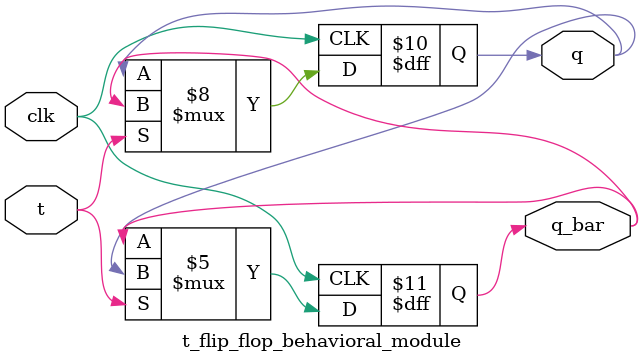
<source format=v>
module t_flip_flop_behavioral_module (t, clk, q, q_bar);
  input t;
  input clk;
  
  output q, q_bar;
  reg q, q_bar;
  
  initial
  begin q<=1'b0; q_bar<=1'b1; end
    
  always @ (posedge clk)
  begin
    if (t == 1'b1)
      begin
        q <= q_bar;
        q_bar <= q;
      end
      
    else
      begin
        q <= q;
        q_bar <= q_bar;
      end
    end
endmodule

</source>
